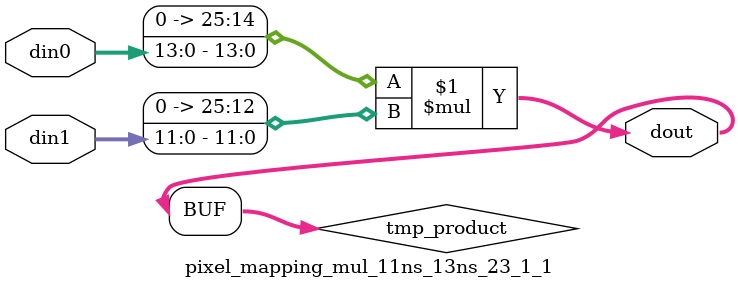
<source format=v>

`timescale 1 ns / 1 ps

 module pixel_mapping_mul_11ns_13ns_23_1_1(din0, din1, dout);
parameter ID = 1;
parameter NUM_STAGE = 0;
parameter din0_WIDTH = 14;
parameter din1_WIDTH = 12;
parameter dout_WIDTH = 26;

input [din0_WIDTH - 1 : 0] din0; 
input [din1_WIDTH - 1 : 0] din1; 
output [dout_WIDTH - 1 : 0] dout;

wire signed [dout_WIDTH - 1 : 0] tmp_product;
























assign tmp_product = $signed({1'b0, din0}) * $signed({1'b0, din1});











assign dout = tmp_product;





















endmodule

</source>
